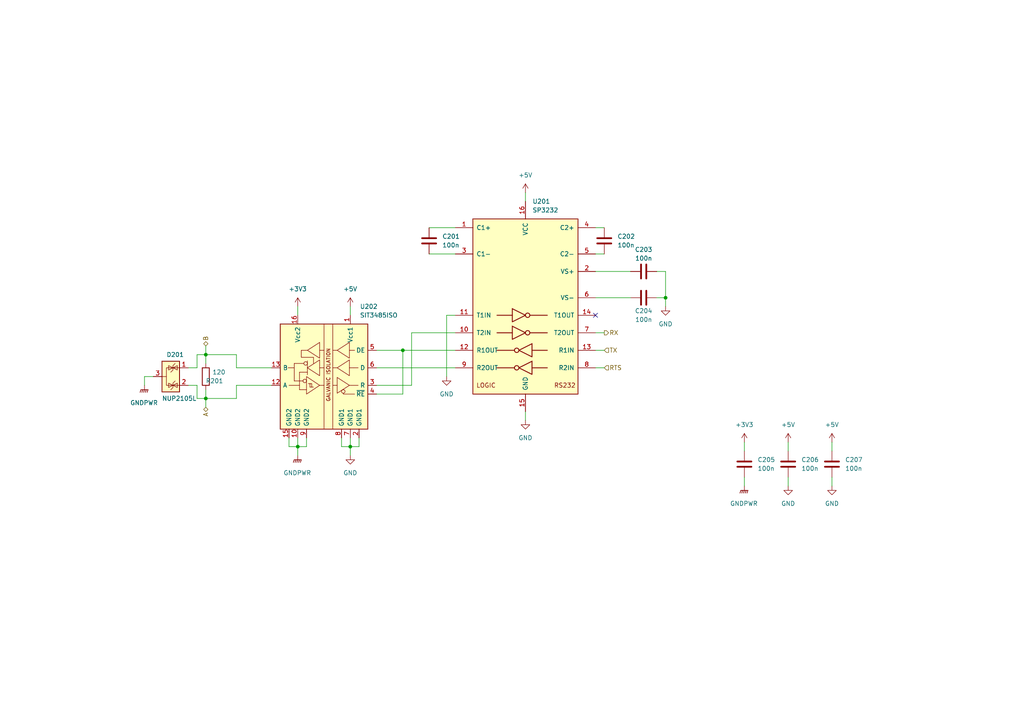
<source format=kicad_sch>
(kicad_sch (version 20211123) (generator eeschema)
  (paper "A4")
  (title_block (title "NAS control remote") (date "2023-01-11") (rev "0.1") (company "Eurovibes Benedikt Spranger") (comment 1 "SPDX-License-Identifier: CERN-OHL-S-2.0") (comment 2 "https://ohwr.org/cern_ohl_s_v2.txt") (comment 3 "To view a copy of this license, visit") (comment 4 "This work is licensed under the CERN-OHL-S v2"))
  (lib_symbols
    (symbol "Device:C" (pin_numbers hide) (pin_names (offset 0.254))
      (property "Reference" "C" (at 0.635 2.54 0))
      (property "Value" "C" (at 0.635 -2.54 0))
      (symbol "C_0_1"
        (polyline (pts (xy -2.032 -0.762) (xy 2.032 -0.762)) (stroke (width 0.508)))
        (polyline (pts (xy -2.032 0.762) (xy 2.032 0.762)) (stroke (width 0.508)))
      )
      (symbol "C_1_1"
        (pin passive line (at 0 3.81 270) (length 2.794) (name "~") (number "1"))
        (pin passive line (at 0 -3.81 90) (length 2.794) (name "~") (number "2"))
      )
    )
    (symbol "Device:R" (pin_numbers hide) (pin_names (offset 0))
      (property "Reference" "R" (at 2.032 0 90))
      (property "Value" "R" (at 0 0 90))
      (symbol "R_0_1"
        (rectangle (start -1.016 -2.54) (end 1.016 2.54) (stroke (width 0.254)))
      )
      (symbol "R_1_1"
        (pin passive line (at 0 3.81 270) (length 1.27) (name "~") (number "1"))
        (pin passive line (at 0 -3.81 90) (length 1.27) (name "~") (number "2"))
      )
    )
    (symbol "Interface_UART:ICL3232" (pin_names (offset 1.016))
      (property "Reference" "U" (at -2.54 28.575 0))
      (property "Value" "ICL3232" (at -2.54 26.67 0))
      (symbol "ICL3232_0_0"
        (text "LOGIC" (at -11.43 -22.86 0) (effects (font (size 1.27 1.27))))
        (text "RS232" (at 11.43 -22.86 0) (effects (font (size 1.27 1.27))))
      )
      (symbol "ICL3232_0_1"
        (rectangle (start -15.24 -25.4) (end 15.24 25.4) (stroke (width 0.254)) (fill (type background)))
        (circle (center -2.54 -17.78) (radius 0.635) (stroke (width 0.254)))
        (circle (center -2.54 -12.7) (radius 0.635) (stroke (width 0.254)))
        (polyline (pts (xy -3.81 -7.62) (xy -8.255 -7.62)) (stroke (width 0.254)))
        (polyline (pts (xy -3.81 -2.54) (xy -8.255 -2.54)) (stroke (width 0.254)))
        (polyline (pts (xy -3.175 -17.78) (xy -8.255 -17.78)) (stroke (width 0.254)))
        (polyline (pts (xy -3.175 -12.7) (xy -8.255 -12.7)) (stroke (width 0.254)))
        (polyline (pts (xy 1.27 -7.62) (xy 6.35 -7.62)) (stroke (width 0.254)))
        (polyline (pts (xy 1.27 -2.54) (xy 6.35 -2.54)) (stroke (width 0.254)))
        (polyline (pts (xy 1.905 -17.78) (xy 6.35 -17.78)) (stroke (width 0.254)))
        (polyline (pts (xy 1.905 -12.7) (xy 6.35 -12.7)) (stroke (width 0.254)))
        (polyline (pts (xy -3.81 -5.715) (xy -3.81 -9.525) (xy 0 -7.62) (xy -3.81 -5.715)) (stroke (width 0.254)))
        (polyline (pts (xy -3.81 -0.635) (xy -3.81 -4.445) (xy 0 -2.54) (xy -3.81 -0.635)) (stroke (width 0.254)))
        (polyline (pts (xy 1.905 -15.875) (xy 1.905 -19.685) (xy -1.905 -17.78) (xy 1.905 -15.875)) (stroke (width 0.254)))
        (polyline (pts (xy 1.905 -10.795) (xy 1.905 -14.605) (xy -1.905 -12.7) (xy 1.905 -10.795)) (stroke (width 0.254)))
        (circle (center 0.635 -7.62) (radius 0.635) (stroke (width 0.254)))
        (circle (center 0.635 -2.54) (radius 0.635) (stroke (width 0.254)))
      )
      (symbol "ICL3232_1_1"
        (pin passive line (at -20.32 22.86 0) (length 5.08) (name "C1+") (number "1"))
        (pin input line (at -20.32 -7.62 0) (length 5.08) (name "T2IN") (number "10"))
        (pin input line (at -20.32 -2.54 0) (length 5.08) (name "T1IN") (number "11"))
        (pin output line (at -20.32 -12.7 0) (length 5.08) (name "R1OUT") (number "12"))
        (pin input line (at 20.32 -12.7 180) (length 5.08) (name "R1IN") (number "13"))
        (pin output line (at 20.32 -2.54 180) (length 5.08) (name "T1OUT") (number "14"))
        (pin power_in line (at 0 -30.48 90) (length 5.08) (name "GND") (number "15"))
        (pin power_in line (at 0 30.48 270) (length 5.08) (name "VCC") (number "16"))
        (pin power_out line (at 20.32 10.16 180) (length 5.08) (name "VS+") (number "2"))
        (pin passive line (at -20.32 15.24 0) (length 5.08) (name "C1-") (number "3"))
        (pin passive line (at 20.32 22.86 180) (length 5.08) (name "C2+") (number "4"))
        (pin passive line (at 20.32 15.24 180) (length 5.08) (name "C2-") (number "5"))
        (pin power_out line (at 20.32 2.54 180) (length 5.08) (name "VS-") (number "6"))
        (pin output line (at 20.32 -7.62 180) (length 5.08) (name "T2OUT") (number "7"))
        (pin input line (at 20.32 -17.78 180) (length 5.08) (name "R2IN") (number "8"))
        (pin output line (at -20.32 -17.78 0) (length 5.08) (name "R2OUT") (number "9"))
      )
    )
    (symbol "Interface_UART:ISO3082DW" (pin_names (offset 0.762))
      (property "Reference" "U" (at 0 19.05 0))
      (property "Value" "ISO3082DW" (at 0 16.51 0))
      (symbol "ISO3082DW_0_0"
        (rectangle (start -12.7 15.24) (end 12.7 -15.24) (stroke (width 0.254)) (fill (type background)))
        (polyline (pts (xy -8.636 2.54) (xy -9.906 2.54)))
        (polyline (pts (xy -7.62 7.62) (xy -8.89 7.62)))
        (polyline (pts (xy -7.366 7.62) (xy -7.62 7.62)))
        (polyline (pts (xy -2.54 15.24) (xy -2.54 -15.24)))
        (polyline (pts (xy 0 15.24) (xy 0 -15.24)))
        (polyline (pts (xy -7.366 4.826) (xy -7.366 0.254) (xy -3.81 2.54) (xy -7.366 4.826)))
        (polyline (pts (xy -7.366 9.906) (xy -7.366 5.334) (xy -3.81 7.62) (xy -7.366 9.906)))
        (polyline (pts (xy -3.81 -0.254) (xy -3.81 -4.826) (xy -7.366 -2.54) (xy -3.81 -0.254)))
        (polyline (pts (xy 1.27 9.906) (xy 1.27 5.334) (xy 4.826 7.62) (xy 1.27 9.906)))
        (text "GALVANIC ISOLATION" (at -1.27 0.508 900) (effects (font (size 1.016 1.016))))
      )
      (symbol "ISO3082DW_0_1"
        (circle (center -5.588 -4.318) (radius 0.508))
        (polyline (pts (xy -7.366 -2.54) (xy -9.906 -2.54)))
        (polyline (pts (xy -7.366 2.54) (xy -8.636 2.54)))
        (polyline (pts (xy -3.81 -2.54) (xy -2.54 -2.54)))
        (polyline (pts (xy -3.81 2.54) (xy -2.54 2.54)))
        (polyline (pts (xy -3.81 7.62) (xy -2.54 7.62)))
        (polyline (pts (xy 0 -2.54) (xy 1.27 -2.54)))
        (polyline (pts (xy 0 2.54) (xy 1.27 2.54)))
        (polyline (pts (xy 0 7.62) (xy 1.27 7.62)))
        (polyline (pts (xy 3.556 -2.286) (xy 3.556 -3.048)))
        (polyline (pts (xy 4.064 -3.048) (xy 3.048 -3.048)))
        (polyline (pts (xy 4.064 -2.286) (xy 4.064 -3.048)))
        (polyline (pts (xy 4.064 -2.286) (xy 4.064 -2.032)))
        (polyline (pts (xy 4.826 1.27) (xy 6.096 1.27)))
        (polyline (pts (xy 4.826 4.572) (xy 4.826 0.508)))
        (polyline (pts (xy 4.826 7.62) (xy 6.604 7.62)))
        (polyline (pts (xy 5.08 -3.81) (xy 6.096 -3.81)))
        (polyline (pts (xy 5.842 3.81) (xy 8.636 3.81)))
        (polyline (pts (xy 6.096 -1.27) (xy 8.636 -1.27)))
        (polyline (pts (xy 6.096 1.27) (xy 7.112 1.27)))
        (polyline (pts (xy 7.112 -3.81) (xy 6.096 -3.81)))
        (polyline (pts (xy 7.112 1.27) (xy 7.112 -3.81)))
        (polyline (pts (xy 8.636 -1.27) (xy 8.636 3.81)))
        (polyline (pts (xy 8.636 2.54) (xy 10.414 2.54)))
        (polyline (pts (xy -8.89 -5.08) (xy -5.588 -5.08) (xy -5.588 -4.826)))
        (polyline (pts (xy 3.556 -2.286) (xy 3.556 -2.032) (xy 4.572 -2.032)))
        (polyline (pts (xy 10.16 -2.54) (xy 8.89 -2.54) (xy 7.112 -2.54)))
        (polyline (pts (xy 1.27 -2.54) (xy 5.08 0) (xy 5.08 -5.08) (xy 1.27 -2.54)))
        (polyline (pts (xy 6.604 7.62) (xy 6.604 5.588) (xy 3.048 5.588) (xy 3.048 3.81)))
        (circle (center 5.334 3.81) (radius 0.508))
        (circle (center 5.588 -1.27) (radius 0.508))
      )
      (symbol "ISO3082DW_1_0"
        (polyline (pts (xy 1.27 4.826) (xy 1.27 0.254) (xy 4.826 2.54) (xy 1.27 4.826)))
      )
      (symbol "ISO3082DW_1_1"
        (pin power_in line (at -7.62 17.78 270) (length 2.54) (name "Vcc1") (number "1"))
        (pin power_in line (at 7.62 -17.78 90) (length 2.54) (name "GND2") (number "10"))
        (pin no_connect line (at 12.7 10.16 180) (length 2.54) hide (name "NC") (number "11"))
        (pin bidirectional line (at 15.24 -2.54 180) (length 2.54) (name "A") (number "12"))
        (pin bidirectional line (at 15.24 2.54 180) (length 2.54) (name "B") (number "13"))
        (pin no_connect line (at 12.7 7.62 180) (length 2.54) hide (name "NC") (number "14"))
        (pin power_in line (at 10.16 -17.78 90) (length 2.54) (name "GND2") (number "15"))
        (pin power_in line (at 7.62 17.78 270) (length 2.54) (name "Vcc2") (number "16"))
        (pin power_in line (at -10.16 -17.78 90) (length 2.54) (name "GND1") (number "2"))
        (pin output line (at -15.24 -2.54 0) (length 2.54) (name "R") (number "3"))
        (pin input line (at -15.24 -5.08 0) (length 2.54) (name "~{RE}") (number "4"))
        (pin input line (at -15.24 7.62 0) (length 2.54) (name "DE") (number "5"))
        (pin input line (at -15.24 2.54 0) (length 2.54) (name "D") (number "6"))
        (pin power_in line (at -7.62 -17.78 90) (length 2.54) (name "GND1") (number "7"))
        (pin power_in line (at -5.08 -17.78 90) (length 2.54) (name "GND1") (number "8"))
        (pin power_in line (at 5.08 -17.78 90) (length 2.54) (name "GND2") (number "9"))
      )
    )
    (symbol "Power_Protection:NUP2105L" (pin_names hide)
      (property "Reference" "D" (at 5.715 2.54 0))
      (property "Value" "NUP2105L" (at 5.715 0.635 0))
      (symbol "NUP2105L_0_0"
        (pin passive line (at 0 -5.08 90) (length 2.54) (name "A") (number "3"))
      )
      (symbol "NUP2105L_0_1"
        (rectangle (start -4.445 2.54) (end 4.445 -2.54) (stroke (width 0.254)) (fill (type background)))
        (polyline (pts (xy -2.54 2.54) (xy -2.54 0.635)))
        (polyline (pts (xy 0 -1.27) (xy 0 -2.54)))
        (polyline (pts (xy 2.54 2.54) (xy 2.54 0.635)))
        (polyline (pts (xy -3.81 1.27) (xy -3.175 0.635) (xy -1.905 0.635) (xy -1.27 0)))
        (polyline (pts (xy -2.54 0.635) (xy -2.54 -1.27) (xy 2.54 -1.27) (xy 2.54 0.635)))
        (polyline (pts (xy -2.54 0.635) (xy -1.905 -0.635) (xy -3.175 -0.635) (xy -2.54 0.635)))
        (polyline (pts (xy 2.54 0.635) (xy 1.905 -0.635) (xy 3.175 -0.635) (xy 2.54 0.635)))
        (polyline (pts (xy 2.54 0.635) (xy 3.175 1.905) (xy 1.905 1.905) (xy 2.54 0.635)))
        (polyline (pts (xy -2.54 0.635) (xy -3.175 1.905) (xy -1.905 1.905) (xy -2.54 0.635) (xy -2.54 1.27)))
        (polyline (pts (xy 1.27 1.27) (xy 1.905 0.635) (xy 2.54 0.635) (xy 3.175 0.635) (xy 3.81 0)))
      )
      (symbol "NUP2105L_1_1"
        (pin passive line (at -2.54 5.08 270) (length 2.54) (name "K") (number "1"))
        (pin passive line (at 2.54 5.08 270) (length 2.54) (name "K") (number "2"))
      )
    )
    (symbol "power:+3V3" (power) (pin_names (offset 0))
      (property "Value" "+3V3" (at 0 3.556 0))
      (symbol "+3V3_0_1"
        (polyline (pts (xy -0.762 1.27) (xy 0 2.54)))
        (polyline (pts (xy 0 0) (xy 0 2.54)))
        (polyline (pts (xy 0 2.54) (xy 0.762 1.27)))
      )
      (symbol "+3V3_1_1"
        (pin power_in line (at 0 0 90) (length 0) hide (name "+3V3") (number "1"))
      )
    )
    (symbol "power:+5V" (power) (pin_names (offset 0))
      (property "Value" "+5V" (at 0 3.556 0))
      (symbol "+5V_0_1"
        (polyline (pts (xy -0.762 1.27) (xy 0 2.54)))
        (polyline (pts (xy 0 0) (xy 0 2.54)))
        (polyline (pts (xy 0 2.54) (xy 0.762 1.27)))
      )
      (symbol "+5V_1_1"
        (pin power_in line (at 0 0 90) (length 0) hide (name "+5V") (number "1"))
      )
    )
    (symbol "power:GND" (power) (pin_names (offset 0))
      (property "Value" "GND" (at 0 -3.81 0))
      (symbol "GND_0_1"
        (polyline (pts (xy 0 0) (xy 0 -1.27) (xy 1.27 -1.27) (xy 0 -2.54) (xy -1.27 -1.27) (xy 0 -1.27)))
      )
      (symbol "GND_1_1"
        (pin power_in line (at 0 0 270) (length 0) hide (name "GND") (number "1"))
      )
    )
    (symbol "power:GNDPWR" (power) (pin_names (offset 0))
      (property "Value" "GNDPWR" (at 0 -3.302 0))
      (symbol "GNDPWR_0_1"
        (polyline (pts (xy 0 -1.27) (xy 0 0)))
        (polyline (pts (xy -1.016 -1.27) (xy -1.27 -2.032) (xy -1.27 -2.032)) (stroke (width 0.2032)))
        (polyline (pts (xy -0.508 -1.27) (xy -0.762 -2.032) (xy -0.762 -2.032)) (stroke (width 0.2032)))
        (polyline (pts (xy 0 -1.27) (xy -0.254 -2.032) (xy -0.254 -2.032)) (stroke (width 0.2032)))
        (polyline (pts (xy 0.508 -1.27) (xy 0.254 -2.032) (xy 0.254 -2.032)) (stroke (width 0.2032)))
        (polyline (pts (xy 1.016 -1.27) (xy -1.016 -1.27) (xy -1.016 -1.27)) (stroke (width 0.2032)))
        (polyline (pts (xy 1.016 -1.27) (xy 0.762 -2.032) (xy 0.762 -2.032) (xy 0.762 -2.032)) (stroke (width 0.2032)))
      )
      (symbol "GNDPWR_1_1"
        (pin power_in line (at 0 0 270) (length 0) hide (name "GNDPWR") (number "1"))
      )
    )
  )
  (junction (at 59.69 115.57))
  (junction (at 59.69 102.87))
  (junction (at 193.04 86.36))
  (junction (at 116.84 101.6))
  (junction (at 101.6 129.54))
  (junction (at 86.36 129.54))
  (no_connect (at 172.72 91.44))
  (wire (pts (xy 83.82 127) (xy 83.82 129.54)))
  (wire (pts (xy 152.4 55.88) (xy 152.4 58.42)))
  (wire (pts (xy 124.46 73.66) (xy 132.08 73.66)))
  (wire (pts (xy 104.14 129.54) (xy 101.6 129.54)))
  (wire (pts (xy 59.69 100.33) (xy 59.69 102.87)))
  (wire (pts (xy 59.69 115.57) (xy 57.15 115.57)))
  (wire (pts (xy 88.9 127) (xy 88.9 129.54)))
  (wire (pts (xy 116.84 101.6) (xy 132.08 101.6)))
  (wire (pts (xy 190.5 78.74) (xy 193.04 78.74)))
  (wire (pts (xy 193.04 78.74) (xy 193.04 86.36)))
  (wire (pts (xy 193.04 86.36) (xy 190.5 86.36)))
  (wire (pts (xy 44.45 109.22) (xy 41.91 109.22)))
  (wire (pts (xy 99.06 129.54) (xy 101.6 129.54)))
  (wire (pts (xy 172.72 106.68) (xy 175.26 106.68)))
  (wire (pts (xy 172.72 86.36) (xy 182.88 86.36)))
  (wire (pts (xy 57.15 106.68) (xy 57.15 102.87)))
  (wire (pts (xy 241.3 128.27) (xy 241.3 130.81)))
  (wire (pts (xy 59.69 102.87) (xy 68.58 102.87)))
  (wire (pts (xy 99.06 127) (xy 99.06 129.54)))
  (wire (pts (xy 68.58 106.68) (xy 68.58 102.87)))
  (wire (pts (xy 172.72 78.74) (xy 182.88 78.74)))
  (wire (pts (xy 152.4 119.38) (xy 152.4 121.92)))
  (wire (pts (xy 68.58 111.76) (xy 68.58 115.57)))
  (wire (pts (xy 57.15 111.76) (xy 57.15 115.57)))
  (wire (pts (xy 59.69 115.57) (xy 59.69 118.11)))
  (wire (pts (xy 41.91 109.22) (xy 41.91 111.76)))
  (wire (pts (xy 101.6 127) (xy 101.6 129.54)))
  (wire (pts (xy 54.61 106.68) (xy 57.15 106.68)))
  (wire (pts (xy 83.82 129.54) (xy 86.36 129.54)))
  (wire (pts (xy 132.08 96.52) (xy 119.38 96.52)))
  (wire (pts (xy 109.22 101.6) (xy 116.84 101.6)))
  (wire (pts (xy 59.69 102.87) (xy 59.69 105.41)))
  (wire (pts (xy 193.04 86.36) (xy 193.04 88.9)))
  (wire (pts (xy 57.15 102.87) (xy 59.69 102.87)))
  (wire (pts (xy 215.9 138.43) (xy 215.9 140.97)))
  (wire (pts (xy 86.36 127) (xy 86.36 129.54)))
  (wire (pts (xy 54.61 111.76) (xy 57.15 111.76)))
  (wire (pts (xy 228.6 138.43) (xy 228.6 140.97)))
  (wire (pts (xy 88.9 129.54) (xy 86.36 129.54)))
  (wire (pts (xy 172.72 66.04) (xy 175.26 66.04)))
  (wire (pts (xy 109.22 114.3) (xy 116.84 114.3)))
  (wire (pts (xy 119.38 96.52) (xy 119.38 111.76)))
  (wire (pts (xy 86.36 88.9) (xy 86.36 91.44)))
  (wire (pts (xy 116.84 101.6) (xy 116.84 114.3)))
  (wire (pts (xy 132.08 91.44) (xy 129.54 91.44)))
  (wire (pts (xy 172.72 101.6) (xy 175.26 101.6)))
  (wire (pts (xy 241.3 138.43) (xy 241.3 140.97)))
  (wire (pts (xy 215.9 128.27) (xy 215.9 130.81)))
  (wire (pts (xy 68.58 111.76) (xy 78.74 111.76)))
  (wire (pts (xy 101.6 129.54) (xy 101.6 132.08)))
  (wire (pts (xy 86.36 129.54) (xy 86.36 132.08)))
  (wire (pts (xy 101.6 88.9) (xy 101.6 91.44)))
  (wire (pts (xy 228.6 128.27) (xy 228.6 130.81)))
  (wire (pts (xy 172.72 96.52) (xy 175.26 96.52)))
  (wire (pts (xy 109.22 106.68) (xy 132.08 106.68)))
  (wire (pts (xy 104.14 127) (xy 104.14 129.54)))
  (wire (pts (xy 68.58 106.68) (xy 78.74 106.68)))
  (wire (pts (xy 172.72 73.66) (xy 175.26 73.66)))
  (wire (pts (xy 129.54 91.44) (xy 129.54 109.22)))
  (wire (pts (xy 59.69 115.57) (xy 68.58 115.57)))
  (wire (pts (xy 124.46 66.04) (xy 132.08 66.04)))
  (wire (pts (xy 59.69 113.03) (xy 59.69 115.57)))
  (wire (pts (xy 109.22 111.76) (xy 119.38 111.76)))
  (hierarchical_label "A" (shape tri_state) (at 59.69 118.11 270))
  (hierarchical_label "RX" (shape output) (at 175.26 96.52 0))
  (hierarchical_label "B" (shape tri_state) (at 59.69 100.33 90))
  (hierarchical_label "TX" (shape input) (at 175.26 101.6 0))
  (hierarchical_label "RTS" (shape input) (at 175.26 106.68 0))
  (symbol (lib_id "Device:C") (at 215.9 134.62 0) (unit 1)
    (property "Reference" "C205" (at 219.71 133.3499 0) (effects (justify left)))
    (property "Value" "100n" (at 219.71 135.8899 0) (effects (justify left)))
    (property "Footprint" "Capacitor_SMD:C_0402_1005Metric" (effects hide))
    (property "LCSC#" "C307331" (effects hide))
    (property "Description" "50V 100nF X7R ±10% 0402 Multilayer Ceramic Capacitors MLCC - SMD/SMT ROHS" (effects hide))
    (property "Manufacture" "Samsung Electro-Mechanics" (effects hide))
    (property "SupplLink" "https://jlcpcb.com/partdetail/291005-CL05B104KB54PNC/C307331" (effects hide))
    (property "assemble" "y" (effects hide))
    (property "mpn" "CL05B104KB54PNC" (effects hide))
  )
  (symbol (lib_id "Device:C") (at 124.46 69.85 0) (unit 1)
    (property "Reference" "C201" (at 128.27 68.5799 0) (effects (justify left)))
    (property "Value" "100n" (at 128.27 71.1199 0) (effects (justify left)))
    (property "Footprint" "Capacitor_SMD:C_0402_1005Metric" (effects hide))
    (property "LCSC#" "C307331" (effects hide))
    (property "Description" "50V 100nF X7R ±10% 0402 Multilayer Ceramic Capacitors MLCC - SMD/SMT ROHS" (effects hide))
    (property "Manufacture" "Samsung Electro-Mechanics" (effects hide))
    (property "SupplLink" "https://jlcpcb.com/partdetail/291005-CL05B104KB54PNC/C307331" (effects hide))
    (property "assemble" "y" (effects hide))
    (property "mpn" "CL05B104KB54PNC" (effects hide))
  )
  (symbol (lib_id "Device:C") (at 175.26 69.85 0) (unit 1)
    (property "Reference" "C202" (at 179.07 68.5799 0) (effects (justify left)))
    (property "Value" "100n" (at 179.07 71.1199 0) (effects (justify left)))
    (property "Footprint" "Capacitor_SMD:C_0402_1005Metric" (effects hide))
    (property "LCSC#" "C307331" (effects hide))
    (property "Description" "50V 100nF X7R ±10% 0402 Multilayer Ceramic Capacitors MLCC - SMD/SMT ROHS" (effects hide))
    (property "Manufacture" "Samsung Electro-Mechanics" (effects hide))
    (property "SupplLink" "https://jlcpcb.com/partdetail/291005-CL05B104KB54PNC/C307331" (effects hide))
    (property "assemble" "y" (effects hide))
    (property "mpn" "CL05B104KB54PNC" (effects hide))
  )
  (symbol (lib_id "power:GNDPWR") (at 86.36 132.08 0) (unit 1)
    (property "Reference" "#PWR0211" (effects hide))
    (property "Value" "GNDPWR" (at 86.233 137.16 0))
  )
  (symbol (lib_id "Power_Protection:NUP2105L") (at 49.53 109.22 270) (unit 1)
    (property "Reference" "D201" (at 48.26 102.87 90) (effects (justify left)))
    (property "Value" "NUP2105L" (at 46.99 115.57 90) (effects (justify left)))
    (property "Footprint" "Package_TO_SOT_SMD:SOT-23" (effects hide))
    (property "Datasheet" "http://www.onsemi.com/pub_link/Collateral/NUP2105L-D.PDF" (effects hide))
    (property "LCSC#" "C2890118" (effects hide))
    (property "Description" "SOT-23 ESD Protection Devices ROHS" (effects hide))
    (property "Manufacture" "TECH PUBLICTECH PUBLIC" (effects hide))
    (property "SupplLink" "https://jlcpcb.com/partdetail/TechPublic-NUP2105LT1G/C2890118" (effects hide))
    (property "assemble" "y" (effects hide))
    (property "mpn" "NUP2105LT1G" (effects hide))
  )
  (symbol (lib_id "power:+5V") (at 152.4 55.88 0) (unit 1)
    (property "Reference" "#PWR0201" (effects hide))
    (property "Value" "+5V" (at 152.4 50.8 0))
  )
  (symbol (lib_id "power:GND") (at 228.6 140.97 0) (mirror y) (unit 1)
    (property "Reference" "#PWR0214" (effects hide))
    (property "Value" "GND" (at 228.6 146.05 0))
  )
  (symbol (lib_id "power:GND") (at 241.3 140.97 0) (mirror y) (unit 1)
    (property "Reference" "#PWR0215" (effects hide))
    (property "Value" "GND" (at 241.3 146.05 0))
  )
  (symbol (lib_id "power:GND") (at 129.54 109.22 0) (mirror y) (unit 1)
    (property "Reference" "#PWR0205" (effects hide))
    (property "Value" "GND" (at 129.54 114.3 0))
  )
  (symbol (lib_id "power:GNDPWR") (at 41.91 111.76 0) (unit 1)
    (property "Reference" "#PWR0206" (effects hide))
    (property "Value" "GNDPWR" (at 41.783 116.84 0))
  )
  (symbol (lib_id "power:GNDPWR") (at 215.9 140.97 0) (unit 1)
    (property "Reference" "#PWR0213" (effects hide))
    (property "Value" "GNDPWR" (at 215.773 146.05 0))
  )
  (symbol (lib_id "Interface_UART:ISO3082DW") (at 93.98 109.22 0) (mirror y) (unit 1)
    (property "Reference" "U202" (at 104.3687 88.9 0) (effects (justify right)))
    (property "Value" "SIT3485ISO" (at 104.3687 91.44 0) (effects (justify right)))
    (property "Footprint" "Package_SO:SOIC-16W_7.5x10.3mm_P1.27mm" (effects hide))
    (property "Datasheet" "http://www.ti.com/lit/ds/symlink/iso3082.pdf" (effects hide))
    (property "LCSC#" "C2974613" (effects hide))
    (property "Description" "SOIC-16 RS-485/RS-422 ICs ROHS" (effects hide))
    (property "Manufacture" "SIT" (effects hide))
    (property "SupplLink" "https://jlcpcb.com/partdetail/Sit-SIT3485ISO/C2974613" (effects hide))
    (property "assemble" "y" (effects hide))
    (property "mpn" "SIT3485ISO" (effects hide))
  )
  (symbol (lib_id "power:GND") (at 152.4 121.92 0) (mirror y) (unit 1)
    (property "Reference" "#PWR0207" (effects hide))
    (property "Value" "GND" (at 152.4 127 0))
  )
  (symbol (lib_id "power:+5V") (at 241.3 128.27 0) (unit 1)
    (property "Reference" "#PWR0210" (effects hide))
    (property "Value" "+5V" (at 241.3 123.19 0))
  )
  (symbol (lib_id "power:+5V") (at 228.6 128.27 0) (unit 1)
    (property "Reference" "#PWR0209" (effects hide))
    (property "Value" "+5V" (at 228.6 123.19 0))
  )
  (symbol (lib_id "power:GND") (at 193.04 88.9 0) (mirror y) (unit 1)
    (property "Reference" "#PWR0204" (effects hide))
    (property "Value" "GND" (at 193.04 93.98 0))
  )
  (symbol (lib_id "Interface_UART:ICL3232") (at 152.4 88.9 0) (unit 1)
    (property "Reference" "U201" (at 154.4194 58.42 0) (effects (justify left)))
    (property "Value" "SP3232" (at 154.4194 60.96 0) (effects (justify left)))
    (property "Footprint" "Package_SO:TSSOP-16_4.4x5mm_P0.65mm" (effects hide))
    (property "Datasheet" "http://www.intersil.com/content/dam/Intersil/documents/icl3/icl3221-22-23-32-41-43.pdf" (effects hide))
    (property "LCSC#" "C13482" (effects hide))
    (property "Description" "235Kbps 3V~5.5V transceiver 2/2 TSSOP-16 RS232 ICs ROHS" (effects hide))
    (property "Manufacture" "MaxLinear" (effects hide))
    (property "SupplLink" "https://jlcpcb.com/partdetail/Maxlinear-SP3232EEY_LTR/C13482" (effects hide))
    (property "assemble" "y" (effects hide))
    (property "mpn" "SP3232EEY-L/TR" (effects hide))
  )
  (symbol (lib_id "power:GND") (at 101.6 132.08 0) (mirror y) (unit 1)
    (property "Reference" "#PWR0212" (effects hide))
    (property "Value" "GND" (at 101.6 137.16 0))
  )
  (symbol (lib_id "power:+5V") (at 101.6 88.9 0) (unit 1)
    (property "Reference" "#PWR0203" (effects hide))
    (property "Value" "+5V" (at 101.6 83.82 0))
  )
  (symbol (lib_id "Device:C") (at 228.6 134.62 0) (unit 1)
    (property "Reference" "C206" (at 232.41 133.3499 0) (effects (justify left)))
    (property "Value" "100n" (at 232.41 135.8899 0) (effects (justify left)))
    (property "Footprint" "Capacitor_SMD:C_0402_1005Metric" (effects hide))
    (property "LCSC#" "C307331" (effects hide))
    (property "Description" "50V 100nF X7R ±10% 0402 Multilayer Ceramic Capacitors MLCC - SMD/SMT ROHS" (effects hide))
    (property "Manufacture" "Samsung Electro-Mechanics" (effects hide))
    (property "SupplLink" "https://jlcpcb.com/partdetail/291005-CL05B104KB54PNC/C307331" (effects hide))
    (property "assemble" "y" (effects hide))
    (property "mpn" "CL05B104KB54PNC" (effects hide))
  )
  (symbol (lib_id "Device:R") (at 59.69 109.22 0) (unit 1)
    (property "Reference" "R201" (at 62.23 110.49 0))
    (property "Value" "120" (at 63.5 107.95 0))
    (property "Footprint" "Resistor_SMD:R_1206_3216Metric" (effects hide))
    (property "LCSC#" "C17909" (effects hide))
    (property "Description" "250mW Thick Film Resistors 200V ±100ppm/℃ ±1% -55℃~+155℃ 120Ω 1206 Chip Resistor - Surface Mount ROHS" (effects hide))
    (property "Manufacture" "UNI-ROYAL(Uniroyal Elec)" (effects hide))
    (property "SupplLink" "https://jlcpcb.com/partdetail/18597-1206W4F1200T5E/C17909" (effects hide))
    (property "assemble" "y" (effects hide))
    (property "mpn" "1206W4F1200T5E" (effects hide))
  )
  (symbol (lib_id "power:+3V3") (at 86.36 88.9 0) (unit 1)
    (property "Reference" "#PWR0202" (effects hide))
    (property "Value" "+3V3" (at 86.36 83.82 0))
  )
  (symbol (lib_id "Device:C") (at 186.69 86.36 90) (unit 1)
    (property "Reference" "C204" (at 186.69 90.17 90))
    (property "Value" "100n" (at 186.69 92.71 90))
    (property "Footprint" "Capacitor_SMD:C_0402_1005Metric" (effects hide))
    (property "LCSC#" "C307331" (effects hide))
    (property "Description" "50V 100nF X7R ±10% 0402 Multilayer Ceramic Capacitors MLCC - SMD/SMT ROHS" (effects hide))
    (property "Manufacture" "Samsung Electro-Mechanics" (effects hide))
    (property "SupplLink" "https://jlcpcb.com/partdetail/291005-CL05B104KB54PNC/C307331" (effects hide))
    (property "assemble" "y" (effects hide))
    (property "mpn" "CL05B104KB54PNC" (effects hide))
  )
  (symbol (lib_id "power:+3V3") (at 215.9 128.27 0) (unit 1)
    (property "Reference" "#PWR0208" (effects hide))
    (property "Value" "+3V3" (at 215.9 123.19 0))
  )
  (symbol (lib_id "Device:C") (at 186.69 78.74 90) (unit 1)
    (property "Reference" "C203" (at 186.69 72.39 90))
    (property "Value" "100n" (at 186.69 74.93 90))
    (property "Footprint" "Capacitor_SMD:C_0402_1005Metric" (effects hide))
    (property "LCSC#" "C307331" (effects hide))
    (property "Description" "50V 100nF X7R ±10% 0402 Multilayer Ceramic Capacitors MLCC - SMD/SMT ROHS" (effects hide))
    (property "Manufacture" "Samsung Electro-Mechanics" (effects hide))
    (property "SupplLink" "https://jlcpcb.com/partdetail/291005-CL05B104KB54PNC/C307331" (effects hide))
    (property "assemble" "y" (effects hide))
    (property "mpn" "CL05B104KB54PNC" (effects hide))
  )
  (symbol (lib_id "Device:C") (at 241.3 134.62 0) (unit 1)
    (property "Reference" "C207" (at 245.11 133.3499 0) (effects (justify left)))
    (property "Value" "100n" (at 245.11 135.8899 0) (effects (justify left)))
    (property "Footprint" "Capacitor_SMD:C_0402_1005Metric" (effects hide))
    (property "LCSC#" "C307331" (effects hide))
    (property "Description" "50V 100nF X7R ±10% 0402 Multilayer Ceramic Capacitors MLCC - SMD/SMT ROHS" (effects hide))
    (property "Manufacture" "Samsung Electro-Mechanics" (effects hide))
    (property "SupplLink" "https://jlcpcb.com/partdetail/291005-CL05B104KB54PNC/C307331" (effects hide))
    (property "assemble" "y" (effects hide))
    (property "mpn" "CL05B104KB54PNC" (effects hide))
  )
)
</source>
